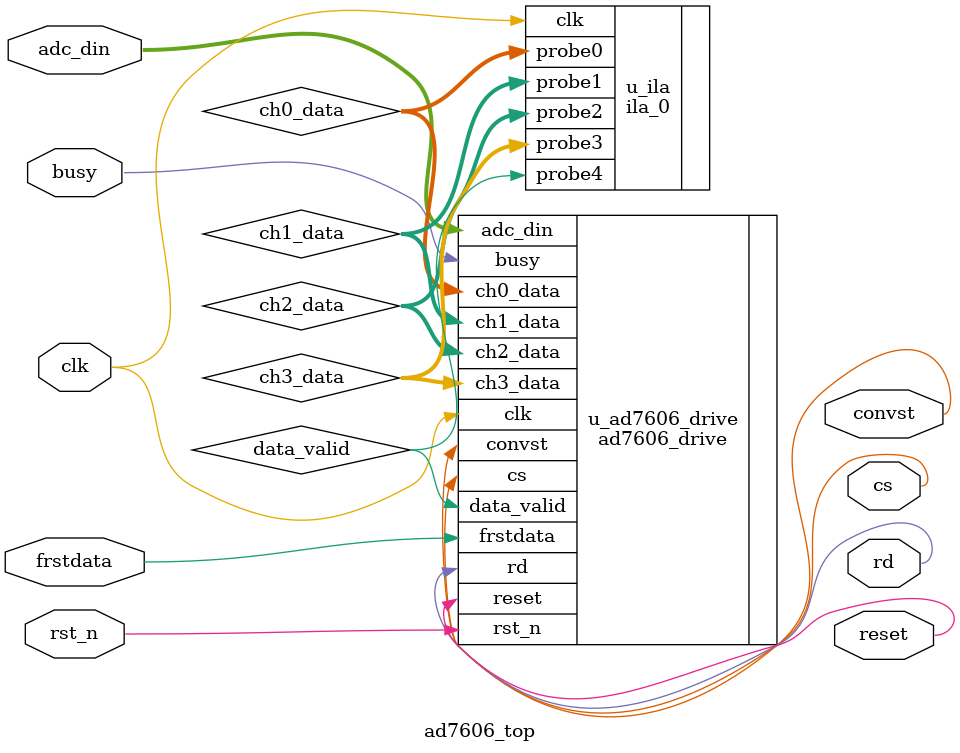
<source format=v>
`timescale 1ns / 1ps
module ad7606_top (
    input           clk,        // 系统时钟
    input           rst_n,      // 系统复位
    
    // AD7606硬件接口
    input           busy,
    input           frstdata, 
    input  [15:0]   adc_din,
    output          cs,
    output          rd,
    output          reset,
    output          convst
);

    // AD7606驱动信号
    wire [15:0] ch0_data, ch1_data, ch2_data, ch3_data;
    wire data_valid;
    
    // AD7606驱动实例
    ad7606_drive #(
        .FCLK(100_000_000),
        .SMAPLE(200_000),
        .CHANNEL_NUM(4)
    ) u_ad7606_drive (
        .clk(clk),
        .rst_n(rst_n),
        .busy(busy),
        .frstdata(frstdata),
        .adc_din(adc_din),
        .cs(cs),
        .rd(rd),
        .reset(reset),
        .convst(convst),
        .ch0_data(ch0_data),
        .ch1_data(ch1_data), 
        .ch2_data(ch2_data),
        .ch3_data(ch3_data),
        .data_valid(data_valid)
    );
    
ila_0 u_ila (
	.clk(clk), // input wire clk


	.probe0(ch0_data), // input wire [15:0]  probe0  
	.probe1(ch1_data), // input wire [15:0]  probe1 
	.probe2(ch2_data), // input wire [15:0]  probe2 
	.probe3(ch3_data), // input wire [15:0]  probe3 
	.probe4(data_valid) // input wire [0:0]  probe4
);

endmodule

</source>
